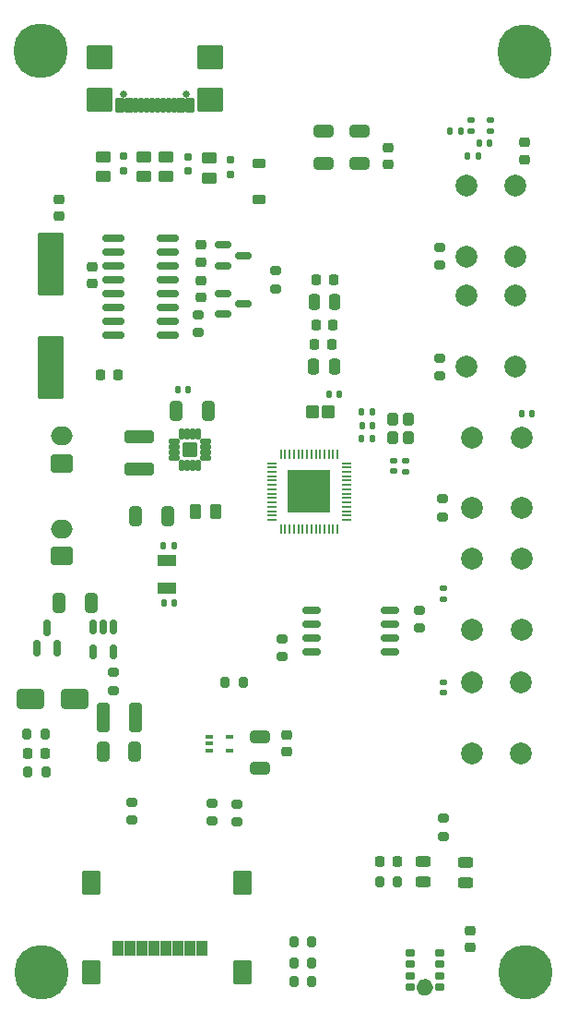
<source format=gbr>
%TF.GenerationSoftware,KiCad,Pcbnew,9.0.5*%
%TF.CreationDate,2025-10-20T11:06:54+01:00*%
%TF.ProjectId,Sound Capture,536f756e-6420-4436-9170-747572652e6b,rev?*%
%TF.SameCoordinates,Original*%
%TF.FileFunction,Soldermask,Top*%
%TF.FilePolarity,Negative*%
%FSLAX46Y46*%
G04 Gerber Fmt 4.6, Leading zero omitted, Abs format (unit mm)*
G04 Created by KiCad (PCBNEW 9.0.5) date 2025-10-20 11:06:54*
%MOMM*%
%LPD*%
G01*
G04 APERTURE LIST*
G04 Aperture macros list*
%AMRoundRect*
0 Rectangle with rounded corners*
0 $1 Rounding radius*
0 $2 $3 $4 $5 $6 $7 $8 $9 X,Y pos of 4 corners*
0 Add a 4 corners polygon primitive as box body*
4,1,4,$2,$3,$4,$5,$6,$7,$8,$9,$2,$3,0*
0 Add four circle primitives for the rounded corners*
1,1,$1+$1,$2,$3*
1,1,$1+$1,$4,$5*
1,1,$1+$1,$6,$7*
1,1,$1+$1,$8,$9*
0 Add four rect primitives between the rounded corners*
20,1,$1+$1,$2,$3,$4,$5,0*
20,1,$1+$1,$4,$5,$6,$7,0*
20,1,$1+$1,$6,$7,$8,$9,0*
20,1,$1+$1,$8,$9,$2,$3,0*%
G04 Aperture macros list end*
%ADD10C,0.800000*%
%ADD11RoundRect,0.102000X0.550000X0.550000X-0.550000X0.550000X-0.550000X-0.550000X0.550000X-0.550000X0*%
%ADD12RoundRect,0.059250X0.177750X0.462750X-0.177750X0.462750X-0.177750X-0.462750X0.177750X-0.462750X0*%
%ADD13RoundRect,0.059250X0.462750X0.177750X-0.462750X0.177750X-0.462750X-0.177750X0.462750X-0.177750X0*%
%ADD14RoundRect,0.200000X-0.275000X0.200000X-0.275000X-0.200000X0.275000X-0.200000X0.275000X0.200000X0*%
%ADD15RoundRect,0.250000X0.325000X0.650000X-0.325000X0.650000X-0.325000X-0.650000X0.325000X-0.650000X0*%
%ADD16C,2.000000*%
%ADD17RoundRect,0.250000X-0.262500X-0.450000X0.262500X-0.450000X0.262500X0.450000X-0.262500X0.450000X0*%
%ADD18O,2.000000X1.700000*%
%ADD19RoundRect,0.250000X0.750000X-0.600000X0.750000X0.600000X-0.750000X0.600000X-0.750000X-0.600000X0*%
%ADD20RoundRect,0.250000X-1.100000X0.325000X-1.100000X-0.325000X1.100000X-0.325000X1.100000X0.325000X0*%
%ADD21RoundRect,0.140000X0.140000X0.170000X-0.140000X0.170000X-0.140000X-0.170000X0.140000X-0.170000X0*%
%ADD22RoundRect,0.140000X-0.140000X-0.170000X0.140000X-0.170000X0.140000X0.170000X-0.140000X0.170000X0*%
%ADD23C,5.000000*%
%ADD24RoundRect,0.102000X-1.050000X2.800000X-1.050000X-2.800000X1.050000X-2.800000X1.050000X2.800000X0*%
%ADD25RoundRect,0.250000X-0.250000X0.325000X-0.250000X-0.325000X0.250000X-0.325000X0.250000X0.325000X0*%
%ADD26R,1.800000X1.000000*%
%ADD27C,0.650000*%
%ADD28RoundRect,0.102000X0.300000X0.575000X-0.300000X0.575000X-0.300000X-0.575000X0.300000X-0.575000X0*%
%ADD29RoundRect,0.102000X0.150000X0.575000X-0.150000X0.575000X-0.150000X-0.575000X0.150000X-0.575000X0*%
%ADD30RoundRect,0.102000X1.090000X1.000000X-1.090000X1.000000X-1.090000X-1.000000X1.090000X-1.000000X0*%
%ADD31RoundRect,0.100000X-0.225000X-0.100000X0.225000X-0.100000X0.225000X0.100000X-0.225000X0.100000X0*%
%ADD32RoundRect,0.050000X-0.050000X0.350000X-0.050000X-0.350000X0.050000X-0.350000X0.050000X0.350000X0*%
%ADD33RoundRect,0.050000X-0.350000X0.050000X-0.350000X-0.050000X0.350000X-0.050000X0.350000X0.050000X0*%
%ADD34R,4.000000X4.000000*%
%ADD35RoundRect,0.150000X-0.825000X-0.150000X0.825000X-0.150000X0.825000X0.150000X-0.825000X0.150000X0*%
%ADD36RoundRect,0.150000X-0.150000X0.512500X-0.150000X-0.512500X0.150000X-0.512500X0.150000X0.512500X0*%
%ADD37RoundRect,0.200000X0.275000X-0.200000X0.275000X0.200000X-0.275000X0.200000X-0.275000X-0.200000X0*%
%ADD38RoundRect,0.200000X0.200000X0.275000X-0.200000X0.275000X-0.200000X-0.275000X0.200000X-0.275000X0*%
%ADD39RoundRect,0.200000X-0.200000X-0.275000X0.200000X-0.275000X0.200000X0.275000X-0.200000X0.275000X0*%
%ADD40RoundRect,0.250000X-0.450000X0.262500X-0.450000X-0.262500X0.450000X-0.262500X0.450000X0.262500X0*%
%ADD41RoundRect,0.150000X-0.587500X-0.150000X0.587500X-0.150000X0.587500X0.150000X-0.587500X0.150000X0*%
%ADD42RoundRect,0.150000X0.150000X-0.587500X0.150000X0.587500X-0.150000X0.587500X-0.150000X-0.587500X0*%
%ADD43C,0.500000*%
%ADD44RoundRect,0.102000X-0.300000X-0.200000X0.300000X-0.200000X0.300000X0.200000X-0.300000X0.200000X0*%
%ADD45RoundRect,0.147500X0.172500X-0.147500X0.172500X0.147500X-0.172500X0.147500X-0.172500X-0.147500X0*%
%ADD46RoundRect,0.147500X-0.147500X-0.172500X0.147500X-0.172500X0.147500X0.172500X-0.147500X0.172500X0*%
%ADD47RoundRect,0.102000X-0.400000X-0.600000X0.400000X-0.600000X0.400000X0.600000X-0.400000X0.600000X0*%
%ADD48RoundRect,0.102000X-0.750000X-1.000000X0.750000X-1.000000X0.750000X1.000000X-0.750000X1.000000X0*%
%ADD49RoundRect,0.102000X-0.500000X-0.485000X0.500000X-0.485000X0.500000X0.485000X-0.500000X0.485000X0*%
%ADD50RoundRect,0.243750X0.456250X-0.243750X0.456250X0.243750X-0.456250X0.243750X-0.456250X-0.243750X0*%
%ADD51RoundRect,0.250000X1.000000X0.650000X-1.000000X0.650000X-1.000000X-0.650000X1.000000X-0.650000X0*%
%ADD52RoundRect,0.102000X0.200000X-0.240000X0.200000X0.240000X-0.200000X0.240000X-0.200000X-0.240000X0*%
%ADD53RoundRect,0.225000X0.375000X-0.225000X0.375000X0.225000X-0.375000X0.225000X-0.375000X-0.225000X0*%
%ADD54RoundRect,0.250000X0.325000X1.100000X-0.325000X1.100000X-0.325000X-1.100000X0.325000X-1.100000X0*%
%ADD55RoundRect,0.225000X0.250000X-0.225000X0.250000X0.225000X-0.250000X0.225000X-0.250000X-0.225000X0*%
%ADD56RoundRect,0.140000X0.170000X-0.140000X0.170000X0.140000X-0.170000X0.140000X-0.170000X-0.140000X0*%
%ADD57RoundRect,0.140000X-0.170000X0.140000X-0.170000X-0.140000X0.170000X-0.140000X0.170000X0.140000X0*%
%ADD58RoundRect,0.250000X0.650000X-0.325000X0.650000X0.325000X-0.650000X0.325000X-0.650000X-0.325000X0*%
%ADD59RoundRect,0.250000X-0.250000X-0.475000X0.250000X-0.475000X0.250000X0.475000X-0.250000X0.475000X0*%
%ADD60RoundRect,0.225000X-0.225000X-0.250000X0.225000X-0.250000X0.225000X0.250000X-0.225000X0.250000X0*%
%ADD61RoundRect,0.225000X-0.250000X0.225000X-0.250000X-0.225000X0.250000X-0.225000X0.250000X0.225000X0*%
%ADD62RoundRect,0.225000X0.225000X0.250000X-0.225000X0.250000X-0.225000X-0.250000X0.225000X-0.250000X0*%
%ADD63RoundRect,0.250000X-0.325000X-0.650000X0.325000X-0.650000X0.325000X0.650000X-0.325000X0.650000X0*%
%ADD64RoundRect,0.162500X-0.650000X-0.162500X0.650000X-0.162500X0.650000X0.162500X-0.650000X0.162500X0*%
G04 APERTURE END LIST*
D10*
%TO.C,MK1*%
X91103400Y-129839400D02*
G75*
G02*
X90303400Y-129839400I-400000J0D01*
G01*
X90303400Y-129839400D02*
G75*
G02*
X91103400Y-129839400I400000J0D01*
G01*
%TD*%
D11*
%TO.C,U6*%
X69100800Y-80504600D03*
D12*
X69850800Y-81939600D03*
X69350800Y-81939600D03*
X68850800Y-81939600D03*
X68350800Y-81939600D03*
D13*
X67665800Y-81254600D03*
X67665800Y-80754600D03*
X67665800Y-80254600D03*
X67665800Y-79754600D03*
D12*
X68350800Y-79069600D03*
X68850800Y-79069600D03*
X69350800Y-79069600D03*
X69850800Y-79069600D03*
D13*
X70535800Y-79754600D03*
X70535800Y-80254600D03*
X70535800Y-80754600D03*
X70535800Y-81254600D03*
%TD*%
D14*
%TO.C,R17*%
X92070800Y-73786000D03*
X92070800Y-72136000D03*
%TD*%
D15*
%TO.C,C4*%
X64133200Y-86639400D03*
X67083200Y-86639400D03*
%TD*%
D16*
%TO.C,SW5*%
X95068000Y-85902800D03*
X95068000Y-79402800D03*
X99568000Y-85902800D03*
X99568000Y-79402800D03*
%TD*%
D14*
%TO.C,R24*%
X92329000Y-85040200D03*
X92329000Y-86690200D03*
%TD*%
D17*
%TO.C,R23*%
X69650600Y-86207600D03*
X71475600Y-86207600D03*
%TD*%
D18*
%TO.C,J3*%
X57353200Y-79288000D03*
D19*
X57353200Y-81788000D03*
%TD*%
D20*
%TO.C,C40*%
X64439800Y-79346000D03*
X64439800Y-82296000D03*
%TD*%
D21*
%TO.C,C39*%
X68986400Y-75031600D03*
X68026400Y-75031600D03*
%TD*%
D15*
%TO.C,C38*%
X70789800Y-77012800D03*
X67839800Y-77012800D03*
%TD*%
D22*
%TO.C,C37*%
X99594400Y-77241400D03*
X100554400Y-77241400D03*
%TD*%
D23*
%TO.C,H4*%
X55424696Y-43994696D03*
%TD*%
%TO.C,H3*%
X55473600Y-128447800D03*
%TD*%
%TO.C,H2*%
X99932935Y-128457135D03*
%TD*%
%TO.C,H1*%
X99898200Y-44018200D03*
%TD*%
D24*
%TO.C,Y3*%
X56373000Y-63491200D03*
X56373000Y-72991200D03*
%TD*%
D25*
%TO.C,Y2*%
X87782400Y-77701200D03*
X87782400Y-79451200D03*
X89182400Y-79451200D03*
X89182400Y-77701200D03*
%TD*%
D26*
%TO.C,Y1*%
X66979800Y-90698000D03*
X66979800Y-93198000D03*
%TD*%
D27*
%TO.C,USB1*%
X68792600Y-47909800D03*
X63012600Y-47909800D03*
D28*
X69102600Y-48984800D03*
X62702600Y-48984800D03*
X68302600Y-48984800D03*
X63502600Y-48984800D03*
D29*
X67152600Y-48984800D03*
X66152600Y-48984800D03*
X65652600Y-48984800D03*
X64652600Y-48984800D03*
X64152600Y-48984800D03*
X65152600Y-48984800D03*
X66652600Y-48984800D03*
X67652600Y-48984800D03*
D30*
X71012600Y-48484800D03*
X71012600Y-44564800D03*
X60792600Y-48484800D03*
X60792600Y-44564800D03*
%TD*%
D31*
%TO.C,U5*%
X70871000Y-106842200D03*
X70871000Y-107492200D03*
X70871000Y-108142200D03*
X72771000Y-108142200D03*
X72771000Y-106842200D03*
%TD*%
D32*
%TO.C,U4*%
X82690600Y-80913200D03*
X82290600Y-80913200D03*
X81890600Y-80913200D03*
X81490600Y-80913200D03*
X81090600Y-80913200D03*
X80690600Y-80913200D03*
X80290600Y-80913200D03*
X79890600Y-80913200D03*
X79490600Y-80913200D03*
X79090600Y-80913200D03*
X78690600Y-80913200D03*
X78290600Y-80913200D03*
X77890600Y-80913200D03*
X77490600Y-80913200D03*
D33*
X76640600Y-81763200D03*
X76640600Y-82163200D03*
X76640600Y-82563200D03*
X76640600Y-82963200D03*
X76640600Y-83363200D03*
X76640600Y-83763200D03*
X76640600Y-84163200D03*
X76640600Y-84563200D03*
X76640600Y-84963200D03*
X76640600Y-85363200D03*
X76640600Y-85763200D03*
X76640600Y-86163200D03*
X76640600Y-86563200D03*
X76640600Y-86963200D03*
D32*
X77490600Y-87813200D03*
X77890600Y-87813200D03*
X78290600Y-87813200D03*
X78690600Y-87813200D03*
X79090600Y-87813200D03*
X79490600Y-87813200D03*
X79890600Y-87813200D03*
X80290600Y-87813200D03*
X80690600Y-87813200D03*
X81090600Y-87813200D03*
X81490600Y-87813200D03*
X81890600Y-87813200D03*
X82290600Y-87813200D03*
X82690600Y-87813200D03*
D33*
X83540600Y-86963200D03*
X83540600Y-86563200D03*
X83540600Y-86163200D03*
X83540600Y-85763200D03*
X83540600Y-85363200D03*
X83540600Y-84963200D03*
X83540600Y-84563200D03*
X83540600Y-84163200D03*
X83540600Y-83763200D03*
X83540600Y-83363200D03*
X83540600Y-82963200D03*
X83540600Y-82563200D03*
X83540600Y-82163200D03*
X83540600Y-81763200D03*
D34*
X80090600Y-84363200D03*
%TD*%
D35*
%TO.C,U2*%
X62141800Y-61129400D03*
X62141800Y-62399400D03*
X62141800Y-63669400D03*
X62141800Y-64939400D03*
X62141800Y-66209400D03*
X62141800Y-67479400D03*
X62141800Y-68749400D03*
X62141800Y-70019400D03*
X67091800Y-70019400D03*
X67091800Y-68749400D03*
X67091800Y-67479400D03*
X67091800Y-66209400D03*
X67091800Y-64939400D03*
X67091800Y-63669400D03*
X67091800Y-62399400D03*
X67091800Y-61129400D03*
%TD*%
D36*
%TO.C,U1*%
X62098000Y-96799400D03*
X61148000Y-96799400D03*
X60198000Y-96799400D03*
X60198000Y-99074400D03*
X62098000Y-99074400D03*
%TD*%
D16*
%TO.C,SW4*%
X94534600Y-72870200D03*
X94534600Y-66370200D03*
X99034600Y-72870200D03*
X99034600Y-66370200D03*
%TD*%
%TO.C,SW3*%
X94547600Y-62814800D03*
X94547600Y-56314800D03*
X99047600Y-62814800D03*
X99047600Y-56314800D03*
%TD*%
%TO.C,SW2*%
X95072200Y-97051000D03*
X95072200Y-90551000D03*
X99572200Y-97051000D03*
X99572200Y-90551000D03*
%TD*%
%TO.C,SW1*%
X95021400Y-108354000D03*
X95021400Y-101854000D03*
X99521400Y-108354000D03*
X99521400Y-101854000D03*
%TD*%
D37*
%TO.C,R22*%
X90195400Y-96875600D03*
X90195400Y-95225600D03*
%TD*%
D14*
%TO.C,R21*%
X77571600Y-97866200D03*
X77571600Y-99516200D03*
%TD*%
D38*
%TO.C,R20*%
X80340200Y-127584200D03*
X78690200Y-127584200D03*
%TD*%
%TO.C,R19*%
X80314800Y-129286000D03*
X78664800Y-129286000D03*
%TD*%
%TO.C,R18*%
X80340200Y-125653800D03*
X78690200Y-125653800D03*
%TD*%
D14*
%TO.C,R16*%
X92088000Y-61977600D03*
X92088000Y-63627600D03*
%TD*%
D38*
%TO.C,R15*%
X74030800Y-101828600D03*
X72380800Y-101828600D03*
%TD*%
D37*
%TO.C,R14*%
X92405200Y-115988600D03*
X92405200Y-114338600D03*
%TD*%
%TO.C,R13*%
X71196200Y-114591600D03*
X71196200Y-112941600D03*
%TD*%
%TO.C,R12*%
X73482200Y-114667800D03*
X73482200Y-113017800D03*
%TD*%
%TO.C,R11*%
X63818600Y-114521000D03*
X63818600Y-112871000D03*
%TD*%
D39*
%TO.C,R10*%
X54255400Y-110083600D03*
X55905400Y-110083600D03*
%TD*%
%TO.C,R9*%
X54152200Y-106578400D03*
X55802200Y-106578400D03*
%TD*%
%TO.C,R8*%
X86538800Y-120142000D03*
X88188800Y-120142000D03*
%TD*%
D37*
%TO.C,R7*%
X62128400Y-102590600D03*
X62128400Y-100940600D03*
%TD*%
D14*
%TO.C,R6*%
X69860400Y-68166200D03*
X69860400Y-69816200D03*
%TD*%
D37*
%TO.C,R5*%
X77023200Y-65781600D03*
X77023200Y-64131600D03*
%TD*%
D40*
%TO.C,R4*%
X64856600Y-53661800D03*
X64856600Y-55486800D03*
%TD*%
%TO.C,R3*%
X66888600Y-53661800D03*
X66888600Y-55486800D03*
%TD*%
%TO.C,R2*%
X61173600Y-55490600D03*
X61173600Y-53665600D03*
%TD*%
%TO.C,R1*%
X70901800Y-55643000D03*
X70901800Y-53818000D03*
%TD*%
D41*
%TO.C,Q3*%
X72146400Y-66214400D03*
X72146400Y-68114400D03*
X74021400Y-67164400D03*
%TD*%
%TO.C,Q2*%
X72146400Y-61764400D03*
X72146400Y-63664400D03*
X74021400Y-62714400D03*
%TD*%
D42*
%TO.C,Q1*%
X55052000Y-98752900D03*
X56952000Y-98752900D03*
X56002000Y-96877900D03*
%TD*%
D43*
%TO.C,MK1*%
X90703400Y-129839400D03*
D44*
X89373400Y-126679400D03*
X89373400Y-127729400D03*
X89373400Y-128779400D03*
X89373400Y-129829400D03*
X92033400Y-129829400D03*
X92033400Y-128779400D03*
X92033400Y-127729400D03*
X92033400Y-126679400D03*
%TD*%
D45*
%TO.C,L3*%
X94981000Y-51299600D03*
X94981000Y-50329600D03*
%TD*%
D46*
%TO.C,L2*%
X95677000Y-52451000D03*
X96647000Y-52451000D03*
%TD*%
D19*
%TO.C,J2*%
X57336200Y-90302400D03*
D18*
X57336200Y-87802400D03*
%TD*%
D47*
%TO.C,J1*%
X70219400Y-126218200D03*
X69119400Y-126218200D03*
X68019400Y-126218200D03*
X66919400Y-126218200D03*
X65819400Y-126218200D03*
X64719400Y-126218200D03*
X63619400Y-126218200D03*
X62519400Y-126218200D03*
D48*
X60049400Y-128418200D03*
X60049400Y-120218200D03*
X73939400Y-120218200D03*
X73939400Y-128418200D03*
%TD*%
D49*
%TO.C,FB1*%
X80394200Y-77063600D03*
X81864200Y-77063600D03*
%TD*%
D50*
%TO.C,D7*%
X94462600Y-120213600D03*
X94462600Y-118338600D03*
%TD*%
D51*
%TO.C,D6*%
X58508400Y-103403400D03*
X54508400Y-103403400D03*
%TD*%
D50*
%TO.C,D5*%
X90525600Y-120167400D03*
X90525600Y-118292400D03*
%TD*%
D52*
%TO.C,D4*%
X63053200Y-54957200D03*
X63053200Y-53637200D03*
%TD*%
%TO.C,D3*%
X68946000Y-54982600D03*
X68946000Y-53662600D03*
%TD*%
%TO.C,D2*%
X72832200Y-55262000D03*
X72832200Y-53942000D03*
%TD*%
D53*
%TO.C,D1*%
X75473800Y-57597800D03*
X75473800Y-54297800D03*
%TD*%
D54*
%TO.C,C36*%
X64099000Y-105102600D03*
X61149000Y-105102600D03*
%TD*%
D55*
%TO.C,C35*%
X70139800Y-65040400D03*
X70139800Y-66590400D03*
%TD*%
%TO.C,C34*%
X70165200Y-63313800D03*
X70165200Y-61763800D03*
%TD*%
D22*
%TO.C,C33*%
X94645600Y-53619400D03*
X95605600Y-53619400D03*
%TD*%
D56*
%TO.C,C32*%
X96708200Y-51297000D03*
X96708200Y-50337000D03*
%TD*%
D21*
%TO.C,C31*%
X93990400Y-51299600D03*
X93030400Y-51299600D03*
%TD*%
D57*
%TO.C,C30*%
X88950800Y-81587400D03*
X88950800Y-82547400D03*
%TD*%
D56*
%TO.C,C29*%
X87858600Y-81556800D03*
X87858600Y-82516800D03*
%TD*%
D21*
%TO.C,C28*%
X67691000Y-94564200D03*
X66731000Y-94564200D03*
%TD*%
%TO.C,C27*%
X67665600Y-89306400D03*
X66705600Y-89306400D03*
%TD*%
D55*
%TO.C,C26*%
X87310200Y-54373000D03*
X87310200Y-52823000D03*
%TD*%
%TO.C,C25*%
X99872800Y-53924200D03*
X99872800Y-52374200D03*
%TD*%
D58*
%TO.C,C24*%
X84719400Y-54300400D03*
X84719400Y-51350400D03*
%TD*%
%TO.C,C23*%
X81369400Y-54300400D03*
X81369400Y-51350400D03*
%TD*%
D59*
%TO.C,C22*%
X80487400Y-72898000D03*
X82387400Y-72898000D03*
%TD*%
D60*
%TO.C,C21*%
X80583400Y-70891400D03*
X82133400Y-70891400D03*
%TD*%
%TO.C,C20*%
X80695200Y-69113400D03*
X82245200Y-69113400D03*
%TD*%
D59*
%TO.C,C19*%
X80548400Y-66954400D03*
X82448400Y-66954400D03*
%TD*%
D60*
%TO.C,C18*%
X80746000Y-64947800D03*
X82296000Y-64947800D03*
%TD*%
D22*
%TO.C,C17*%
X84917400Y-79476600D03*
X85877400Y-79476600D03*
%TD*%
%TO.C,C16*%
X84942600Y-78316400D03*
X85902600Y-78316400D03*
%TD*%
%TO.C,C15*%
X84917200Y-77021000D03*
X85877200Y-77021000D03*
%TD*%
%TO.C,C14*%
X81894800Y-75438000D03*
X82854800Y-75438000D03*
%TD*%
D57*
%TO.C,C13*%
X92379800Y-93248600D03*
X92379800Y-94208600D03*
%TD*%
%TO.C,C12*%
X92379800Y-101854000D03*
X92379800Y-102814000D03*
%TD*%
D61*
%TO.C,C11*%
X94869000Y-124611800D03*
X94869000Y-126161800D03*
%TD*%
D55*
%TO.C,C10*%
X77993200Y-108254800D03*
X77993200Y-106704800D03*
%TD*%
D58*
%TO.C,C9*%
X75580200Y-109778200D03*
X75580200Y-106828200D03*
%TD*%
D15*
%TO.C,C8*%
X64084200Y-108178600D03*
X61134200Y-108178600D03*
%TD*%
D62*
%TO.C,C7*%
X55803800Y-108407200D03*
X54253800Y-108407200D03*
%TD*%
%TO.C,C6*%
X88138000Y-118262400D03*
X86588000Y-118262400D03*
%TD*%
D63*
%TO.C,C5*%
X57121000Y-94564200D03*
X60071000Y-94564200D03*
%TD*%
D62*
%TO.C,C3*%
X62494400Y-73702400D03*
X60944400Y-73702400D03*
%TD*%
D61*
%TO.C,C2*%
X57109600Y-57598200D03*
X57109600Y-59148200D03*
%TD*%
D55*
%TO.C,C1*%
X60157600Y-65295000D03*
X60157600Y-63745000D03*
%TD*%
D64*
%TO.C,U3*%
X87483700Y-95300800D03*
X87483700Y-96570800D03*
X87483700Y-97840800D03*
X87483700Y-99110800D03*
X80308700Y-99110800D03*
X80308700Y-97840800D03*
X80308700Y-96570800D03*
X80308700Y-95300800D03*
%TD*%
M02*

</source>
